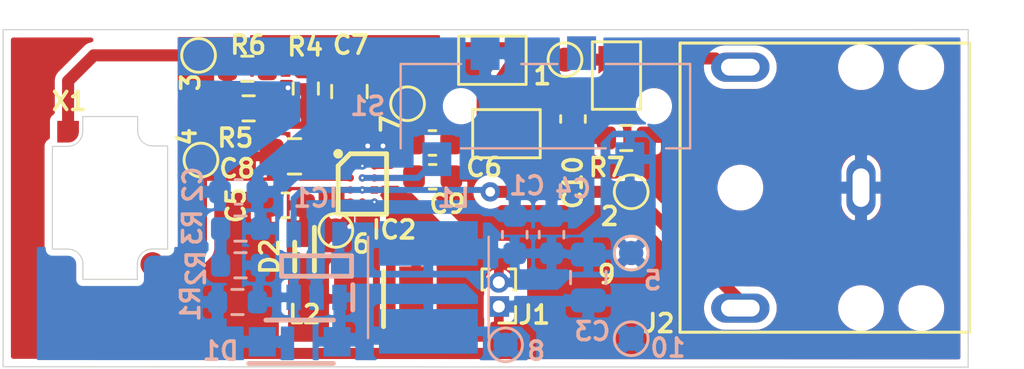
<source format=kicad_pcb>
(kicad_pcb (version 20171130) (host pcbnew "(5.1.10)-1")
  (layers (0 F.Cu signal) (31 B.Cu signal hide) (34 B.Paste user hide) (35 F.Paste user hide) (36 B.SilkS user) (37 F.SilkS user) (38 B.Mask user hide) (39 F.Mask user hide) (44 Edge.Cuts user hide))
  (net 0 "")
  (net 1 GND)
  (net 2 +3V3)
  (net 3 +15V)
  (net 4 "Net-(C5-Pad1)")
  (net 5 "Net-(C6-Pad2)")
  (net 6 /AUDIO_IN)
  (net 7 "Net-(C7-Pad2)")
  (net 8 "Net-(C7-Pad1)")
  (net 9 "Net-(C8-Pad2)")
  (net 10 /MEMS_NEG_POLE)
  (net 11 "Net-(C9-Pad1)")
  (net 12 /GAIN)
  (net 13 /ENABLE)
  (net 14 /MEMS_POS_POLE)
  (net 15 "Net-(D1-Pad2)")
  (net 16 "Net-(D2-Pad2)")
  (net 17 "Net-(IC1-Pad3)")
  (net 18 "Net-(R2-Pad1)")
  (net 19 "Net-(S1-Pad2)")
  (net 20 "Net-(C6-Pad1)")
  (net 21 "Net-(C10-Pad2)")
  (net 22 "Net-(C10-Pad1)")
  (module SamacSys_Parts:Adap_UT_P2019 (layer F.Cu) (at 102.108 89.154 270)
    (fp_text reference X1 (at -4.0132 1.7018) (layer F.SilkS) (effects (font (size 0.75 0.75))))
    (fp_text value Adap_UT_P2019)
    (pad 2 smd circle (at 2.75 -1.75 90) (size 1 1) (layers F.Cu F.Paste F.Mask) (net 10 /MEMS_NEG_POLE) (clearance 0.1))
    (pad "" smd custom (at -2.75 1.75 180) (size 0.9 0.9) (layers F.Cu F.Paste F.Mask) (net 14 /MEMS_POS_POLE) (clearance 0.1) (options (clearance outline) (anchor circle)) (primitives (gr_poly (pts (xy 0.45 -0.45) (xy 0 -0.45) (xy -0.116 -0.435) (xy -0.225 -0.39) (xy -0.318 -0.318) (xy -0.39 -0.225) (xy -0.435 -0.116) (xy -0.45 0) (xy -0.45 0.45) (xy 0.45 0.45)) (width 0))))
  )
  (module Connector_PinHeader_1.00mm:PinHeader_1x02_P1.00mm_Vertical (layer F.Cu) (at 118.2116 93.6592 180)
    (fp_text reference J1 (at -1.4732 -0.3462) (layer F.SilkS) (effects (font (size 0.75 0.75))))
    (fp_text value Power)
    (fp_line (start -0.695 -0.685) (end 0 -0.685) (layer F.SilkS) (width 0.12))
    (fp_line (start -0.695 0) (end -0.695 -0.685) (layer F.SilkS) (width 0.12))
    (fp_line (start 0.608276 0.685) (end 0.695 0.685) (layer F.SilkS) (width 0.12))
    (fp_line (start -0.695 0.685) (end -0.608276 0.685) (layer F.SilkS) (width 0.12))
    (fp_line (start 0.695 0.685) (end 0.695 1.56) (layer F.SilkS) (width 0.12))
    (fp_line (start -0.695 0.685) (end -0.695 1.56) (layer F.SilkS) (width 0.12))
    (fp_line (start 0.394493 1.56) (end 0.695 1.56) (layer F.SilkS) (width 0.12))
    (fp_line (start -0.695 1.56) (end -0.394493 1.56) (layer F.SilkS) (width 0.12))
    (pad 2 thru_hole oval (at 0 1 180) (size 0.85 0.85) (drill 0.5) (layers *.Cu *.Mask) (net 2 +3V3))
    (pad 1 thru_hole rect (at 0 0 180) (size 0.85 0.85) (drill 0.5) (layers *.Cu *.Mask) (net 1 GND))
  )
  (module Jumper:SolderJumper-2_P1.3mm_Open_TrianglePad1.0x1.5mm (layer F.Cu) (at 118.528 86.487 180)
    (fp_text reference JP3 hide)
    (fp_text value "input filter")
    (fp_line (start -1.4 -1) (end 1.4 -1) (layer F.SilkS) (width 0.12))
    (fp_line (start 1.4 -1) (end 1.4 1) (layer F.SilkS) (width 0.12))
    (fp_line (start 1.4 1) (end -1.4 1) (layer F.SilkS) (width 0.12))
    (fp_line (start -1.4 1) (end -1.4 -1) (layer F.SilkS) (width 0.12))
    (pad 1 smd custom (at -0.725 0 180) (size 0.3 0.3) (layers F.Cu F.Mask) (net 21 "Net-(C10-Pad2)") (options (clearance outline) (anchor rect)) (primitives (gr_poly (pts (xy -0.5 -0.75) (xy 0.5 -0.75) (xy 1 0) (xy 0.5 0.75) (xy -0.5 0.75)) (width 0))))
    (pad 2 smd custom (at 0.725 0 180) (size 0.3 0.3) (layers F.Cu F.Mask) (net 20 "Net-(C6-Pad1)") (options (clearance outline) (anchor rect)) (primitives (gr_poly (pts (xy -0.65 -0.75) (xy 0.5 -0.75) (xy 0.5 0.75) (xy -0.65 0.75) (xy -0.15 0)) (width 0))))
  )
  (module Jumper:SolderJumper-2_P1.3mm_Open_TrianglePad1.0x1.5mm (layer F.Cu) (at 123.0884 84.074 90)
    (fp_text reference JP2 hide)
    (fp_text value "input filter")
    (fp_line (start -1.4 -1) (end 1.4 -1) (layer F.SilkS) (width 0.12))
    (fp_line (start 1.4 -1) (end 1.4 1) (layer F.SilkS) (width 0.12))
    (fp_line (start 1.4 1) (end -1.4 1) (layer F.SilkS) (width 0.12))
    (fp_line (start -1.4 1) (end -1.4 -1) (layer F.SilkS) (width 0.12))
    (pad 1 smd custom (at -0.725 0 90) (size 0.3 0.3) (layers F.Cu F.Mask) (net 22 "Net-(C10-Pad1)") (options (clearance outline) (anchor rect)) (primitives (gr_poly (pts (xy -0.5 -0.75) (xy 0.5 -0.75) (xy 1 0) (xy 0.5 0.75) (xy -0.5 0.75)) (width 0))))
    (pad 2 smd custom (at 0.725 0 90) (size 0.3 0.3) (layers F.Cu F.Mask) (net 6 /AUDIO_IN) (options (clearance outline) (anchor rect)) (primitives (gr_poly (pts (xy -0.65 -0.75) (xy 0.5 -0.75) (xy 0.5 0.75) (xy -0.65 0.75) (xy -0.15 0)) (width 0))))
  )
  (module Jumper:SolderJumper-2_P1.3mm_Open_TrianglePad1.0x1.5mm (layer F.Cu) (at 117.9438 83.439)
    (fp_text reference JP1 hide)
    (fp_text value "no filter")
    (fp_line (start -1.4 -1) (end 1.4 -1) (layer F.SilkS) (width 0.12))
    (fp_line (start 1.4 -1) (end 1.4 1) (layer F.SilkS) (width 0.12))
    (fp_line (start 1.4 1) (end -1.4 1) (layer F.SilkS) (width 0.12))
    (fp_line (start -1.4 1) (end -1.4 -1) (layer F.SilkS) (width 0.12))
    (pad 1 smd custom (at -0.725 0) (size 0.3 0.3) (layers F.Cu F.Mask) (net 20 "Net-(C6-Pad1)") (options (clearance outline) (anchor rect)) (primitives (gr_poly (pts (xy -0.5 -0.75) (xy 0.5 -0.75) (xy 1 0) (xy 0.5 0.75) (xy -0.5 0.75)) (width 0))))
    (pad 2 smd custom (at 0.725 0) (size 0.3 0.3) (layers F.Cu F.Mask) (net 6 /AUDIO_IN) (options (clearance outline) (anchor rect)) (primitives (gr_poly (pts (xy -0.65 -0.75) (xy 0.5 -0.75) (xy 0.5 0.75) (xy -0.65 0.75) (xy -0.15 0)) (width 0))))
  )
  (module "SamacSys_Parts 2:SOD1608X65N" (layer F.Cu) (at 110.1598 91.5876 270)
    (fp_text reference D2 (at 0 1.4478 90) (layer F.SilkS) (effects (font (size 0.75 0.75))))
    (fp_text value PMEG2010AEB,115 hide)
    (fp_line (start -1.216 -0.408) (end 0.6 -0.408) (layer F.SilkS) (width 0.2))
    (fp_line (start -0.6 0.408) (end 0.6 0.408) (layer F.SilkS) (width 0.2))
    (pad 2 smd rect (at 0.808 0) (size 0.5 0.818) (layers F.Cu F.Paste F.Mask) (net 16 "Net-(D2-Pad2)"))
    (pad 1 smd rect (at -0.808 0) (size 0.5 0.818) (layers F.Cu F.Paste F.Mask) (net 4 "Net-(C5-Pad1)"))
  )
  (module Resistor_SMD:R_0603_1608Metric (layer F.Cu) (at 123.4948 86.6648 180)
    (fp_text reference R7 (at 0.8128 -1.2192) (layer F.SilkS) (effects (font (size 0.75 0.75))))
    (fp_text value 4,7)
    (fp_line (start -0.237258 0.5225) (end 0.237258 0.5225) (layer F.SilkS) (width 0.12))
    (fp_line (start -0.237258 -0.5225) (end 0.237258 -0.5225) (layer F.SilkS) (width 0.12))
    (pad 2 smd roundrect (at 0.825 0 180) (size 0.8 0.95) (layers F.Cu F.Paste F.Mask) (net 21 "Net-(C10-Pad2)"))
    (pad 1 smd roundrect (at -0.825 0 180) (size 0.8 0.95) (layers F.Cu F.Paste F.Mask) (net 1 GND))
  )
  (module "SamacSys_Parts 2:SODFL3618X143N" (layer B.Cu) (at 109.956 95.123)
    (fp_text reference D1 (at -3.2766 0.381) (layer B.SilkS) (effects (font (size 0.75 0.75)) (justify mirror)))
    (fp_text value SS22FA hide)
    (fp_line (start -1.4 -0.9) (end 1.4 -0.9) (layer B.SilkS) (width 0.2))
    (fp_line (start -2.11 0.9) (end 1.4 0.9) (layer B.SilkS) (width 0.2))
    (pad 2 smd rect (at 1.55 0) (size 1.12 1.22) (layers B.Cu B.Paste B.Mask) (net 15 "Net-(D1-Pad2)"))
    (pad 1 smd rect (at -1.55 0) (size 1.12 1.22) (layers B.Cu B.Paste B.Mask) (net 3 +15V))
  )
  (module Capacitor_SMD:C_0603_1608Metric (layer F.Cu) (at 121.285 85.8774 270)
    (fp_text reference C10 (at 2.6416 0 90) (layer F.SilkS) (effects (font (size 0.75 0.75))))
    (fp_text value 2,2µF)
    (fp_line (start -0.14058 0.51) (end 0.14058 0.51) (layer F.SilkS) (width 0.12))
    (fp_line (start -0.14058 -0.51) (end 0.14058 -0.51) (layer F.SilkS) (width 0.12))
    (pad 2 smd roundrect (at 0.775 0 270) (size 0.9 0.95) (layers F.Cu F.Paste F.Mask) (net 21 "Net-(C10-Pad2)"))
    (pad 1 smd roundrect (at -0.775 0 270) (size 0.9 0.95) (layers F.Cu F.Paste F.Mask) (net 22 "Net-(C10-Pad1)"))
  )
  (module FC68131_Farnell:CLIFF_FC68131 (layer F.Cu) (at 133.223 88.726 180)
    (fp_text reference J2 (at 8.382 -5.635) (layer F.SilkS) (effects (font (size 0.75 0.75))))
    (fp_text value FC68131)
    (fp_line (start -4.5 -6) (end 7.5 -6) (layer F.SilkS) (width 0.127))
    (fp_line (start 7.5 -6) (end 7.5 6) (layer F.SilkS) (width 0.127))
    (fp_line (start 7.5 6) (end -4.5 6) (layer F.SilkS) (width 0.127))
    (fp_line (start -4.5 6) (end -4.5 -6) (layer F.SilkS) (width 0.127))
    (pad 1 thru_hole oval (at 0 0 180) (size 1.208 2.416) (drill oval 0.7 1.6) (layers *.Cu *.Mask) (net 1 GND))
    (pad 5 thru_hole oval (at 5 5 180) (size 2.416 1.208) (drill oval 1.6 0.7) (layers *.Cu *.Mask) (net 6 /AUDIO_IN))
    (pad 2 thru_hole oval (at 5 -5 180) (size 2.416 1.208) (drill oval 1.6 0.7) (layers *.Cu *.Mask) (net 13 /ENABLE))
    (pad None np_thru_hole circle (at 5 0 180) (size 1.3 1.3) (drill 1.3) (layers *.Cu *.Mask))
    (pad None np_thru_hole circle (at 0 5 180) (size 1.3 1.3) (drill 1.3) (layers *.Cu *.Mask))
    (pad None np_thru_hole circle (at 0 -5 180) (size 1.3 1.3) (drill 1.3) (layers *.Cu *.Mask))
    (pad None np_thru_hole circle (at -2.5 -5 180) (size 1.3 1.3) (drill 1.3) (layers *.Cu *.Mask))
    (pad None np_thru_hole circle (at -2.5 5 180) (size 1.3 1.3) (drill 1.3) (layers *.Cu *.Mask))
  )
  (module "SamacSys_Parts 2:CLSB13B01T" (layer B.Cu) (at 120.142 85.344)
    (fp_text reference S1 (at -7.366 0) (layer B.SilkS) (effects (font (size 0.75 0.75)) (justify mirror)))
    (fp_text value CL-SB-13B-01T hide)
    (fp_line (start -6 1.75) (end -6 -1.75) (layer B.SilkS) (width 0.1))
    (fp_line (start -6 -1.75) (end -3.5 -1.75) (layer B.SilkS) (width 0.1))
    (fp_line (start -3.5 1.75) (end 2.5 1.75) (layer B.SilkS) (width 0.1))
    (fp_line (start 5 1.75) (end 6 1.75) (layer B.SilkS) (width 0.1))
    (fp_line (start 6 1.75) (end 6 -1.75) (layer B.SilkS) (width 0.1))
    (fp_line (start 6 -1.75) (end 2.5 -1.75) (layer B.SilkS) (width 0.1))
    (fp_line (start -1 -1.75) (end 0.5 -1.75) (layer B.SilkS) (width 0.1))
    (pad MH2 np_thru_hole circle (at 4.5 0) (size 0.9 0) (drill 0.9) (layers *.Cu *.Mask))
    (pad MH1 np_thru_hole circle (at -3.5 0) (size 0.9 0) (drill 0.9) (layers *.Cu *.Mask))
    (pad 4 smd rect (at 3.5 2.2) (size 1.2 1.4) (layers B.Cu B.Paste B.Mask) (net 2 +3V3))
    (pad 3 smd rect (at -4.5 2.2) (size 1.2 1.4) (layers B.Cu B.Paste B.Mask) (net 12 /GAIN))
    (pad 2 smd rect (at 1.5 -2.2) (size 1.2 1.4) (layers B.Cu B.Paste B.Mask) (net 19 "Net-(S1-Pad2)"))
    (pad 1 smd rect (at -2.5 -2.2) (size 1.2 1.4) (layers B.Cu B.Paste B.Mask) (net 1 GND))
  )
  (module "SamacSys_Parts 2:LQH5BPB100MT0L" (layer B.Cu) (at 115.2906 92.8662 270)
    (fp_text reference L1 (at -3.7122 -1.0414 180) (layer B.SilkS) (effects (font (size 0.75 0.75)) (justify mirror)))
    (fp_text value LQH5BPN100MT0L hide)
    (fp_line (start -2.1 2.5) (end 2.1 2.5) (layer B.SilkS) (width 0.1))
    (fp_line (start -2.1 -2.5) (end 2.1 -2.5) (layer B.SilkS) (width 0.1))
    (pad 2 smd rect (at 1.825 0 270) (size 1.85 4.1) (layers B.Cu B.Paste B.Mask) (net 15 "Net-(D1-Pad2)"))
    (pad 1 smd rect (at -1.825 0 270) (size 1.85 4.1) (layers B.Cu B.Paste B.Mask) (net 2 +3V3))
  )
  (module "SamacSys_Parts 2:SOT95P280X100-5N" (layer B.Cu) (at 110.6576 91.978 90)
    (fp_text reference IC1 (at 2.824 -0.0406 180) (layer B.SilkS) (effects (font (size 0.75 0.75)) (justify mirror)))
    (fp_text value MIC2251-2YD5-TR hide)
    (fp_line (start -0.425 1.45) (end 0.425 1.45) (layer B.SilkS) (width 0.2))
    (fp_line (start 0.425 1.45) (end 0.425 -1.45) (layer B.SilkS) (width 0.2))
    (fp_line (start 0.425 -1.45) (end -0.425 -1.45) (layer B.SilkS) (width 0.2))
    (fp_line (start -0.425 -1.45) (end -0.425 1.45) (layer B.SilkS) (width 0.2))
    (fp_line (start -1.825 1.5) (end -0.775 1.5) (layer B.SilkS) (width 0.2))
    (pad 5 smd rect (at 1.3 0.95) (size 0.6 1.05) (layers B.Cu B.Paste B.Mask) (net 2 +3V3))
    (pad 4 smd rect (at 1.3 -0.95) (size 0.6 1.05) (layers B.Cu B.Paste B.Mask) (net 13 /ENABLE))
    (pad 3 smd rect (at -1.3 -0.95) (size 0.6 1.05) (layers B.Cu B.Paste B.Mask) (net 17 "Net-(IC1-Pad3)"))
    (pad 2 smd rect (at -1.3 0) (size 0.6 1.05) (layers B.Cu B.Paste B.Mask) (net 1 GND))
    (pad 1 smd rect (at -1.3 0.95) (size 0.6 1.05) (layers B.Cu B.Paste B.Mask) (net 15 "Net-(D1-Pad2)"))
  )
  (module Resistor_SMD:R_0603_1608Metric (layer B.Cu) (at 107.505 90.424 180)
    (fp_text reference R3 (at 1.9934 0.04318 90) (layer B.SilkS) (effects (font (size 0.75 0.75)) (justify mirror)))
    (fp_text value 22k)
    (fp_line (start -0.237258 0.5225) (end 0.237258 0.5225) (layer B.SilkS) (width 0.12))
    (fp_line (start -0.237258 -0.5225) (end 0.237258 -0.5225) (layer B.SilkS) (width 0.12))
    (pad 2 smd roundrect (at 0.825 0 180) (size 0.8 0.95) (layers B.Cu B.Paste B.Mask) (net 18 "Net-(R2-Pad1)"))
    (pad 1 smd roundrect (at -0.825 0 180) (size 0.8 0.95) (layers B.Cu B.Paste B.Mask) (net 1 GND))
  )
  (module Capacitor_SMD:C_0603_1608Metric (layer B.Cu) (at 107.429 88.9)
    (fp_text reference C2 (at -1.89962 -0.29718 90) (layer B.SilkS) (effects (font (size 0.75 0.75)) (justify mirror)))
    (fp_text value 2,2µF)
    (fp_line (start -0.14058 -0.51) (end 0.14058 -0.51) (layer B.SilkS) (width 0.12))
    (fp_line (start -0.14058 0.51) (end 0.14058 0.51) (layer B.SilkS) (width 0.12))
    (pad 2 smd roundrect (at 0.775 0) (size 0.9 0.95) (layers B.Cu B.Paste B.Mask) (net 1 GND))
    (pad 1 smd roundrect (at -0.775 0) (size 0.9 0.95) (layers B.Cu B.Paste B.Mask) (net 3 +15V))
  )
  (module TestPoint:TestPoint_Pad_D1.0mm (layer B.Cu) (at 123.698 94.996)
    (fp_text reference 10 (at 1.524 0.381) (layer B.SilkS) (effects (font (size 0.75 0.75)) (justify mirror)))
    (fp_text value GND)
    (fp_circle (center 0 0) (end 0 -0.7) (layer B.SilkS) (width 0.12))
    (pad 1 smd circle (at 0 0) (size 1 1) (layers B.Cu B.Mask) (net 1 GND))
  )
  (module TestPoint:TestPoint_Pad_D1.0mm (layer F.Cu) (at 123.698 91.44)
    (fp_text reference 9 (at -1.016 0.889 180) (layer F.SilkS) (effects (font (size 0.75 0.75))))
    (fp_text value GND)
    (fp_circle (center 0 0) (end 0 0.7) (layer F.SilkS) (width 0.12))
    (pad 1 smd circle (at 0 0) (size 1 1) (layers F.Cu F.Mask) (net 1 GND))
  )
  (module TestPoint:TestPoint_Pad_D1.0mm (layer B.Cu) (at 118.491 95.25)
    (fp_text reference 8 (at 1.27 0.254) (layer B.SilkS) (effects (font (size 0.75 0.75)) (justify mirror)))
    (fp_text value SW)
    (fp_circle (center 0 0) (end 0 -0.7) (layer B.SilkS) (width 0.12))
    (pad 1 smd circle (at 0 0) (size 1 1) (layers B.Cu B.Mask) (net 15 "Net-(D1-Pad2)"))
  )
  (module TestPoint:TestPoint_Pad_D1.0mm (layer F.Cu) (at 114.42954 85.2424)
    (fp_text reference 7 (at -0.71374 0.8382 270) (layer F.SilkS) (effects (font (size 0.75 0.75))))
    (fp_text value +15V)
    (fp_circle (center 0 0) (end 0 0.7) (layer F.SilkS) (width 0.12))
    (pad 1 smd circle (at 0 0) (size 1 1) (layers F.Cu F.Mask) (net 3 +15V))
  )
  (module TestPoint:TestPoint_Pad_D1.0mm (layer F.Cu) (at 111.4552 90.5002)
    (fp_text reference 6 (at 1.0668 0.5588 180) (layer F.SilkS) (effects (font (size 0.75 0.75))))
    (fp_text value VBST)
    (fp_circle (center 0 0) (end 0 0.7) (layer F.SilkS) (width 0.12))
    (pad 1 smd circle (at 0 0) (size 1 1) (layers F.Cu F.Mask) (net 4 "Net-(C5-Pad1)"))
  )
  (module TestPoint:TestPoint_Pad_D1.0mm (layer B.Cu) (at 123.698 91.44)
    (fp_text reference 5 (at 0.889 1.143) (layer B.SilkS) (effects (font (size 0.75 0.75)) (justify mirror)))
    (fp_text value VCC)
    (fp_circle (center 0 0) (end 0 -0.7) (layer B.SilkS) (width 0.12))
    (pad 1 smd circle (at 0 0) (size 1 1) (layers B.Cu B.Mask) (net 2 +3V3))
  )
  (module TestPoint:TestPoint_Pad_D1.0mm (layer F.Cu) (at 105.8672 87.5792)
    (fp_text reference 4 (at -0.5842 -0.9652 90) (layer F.SilkS) (effects (font (size 0.75 0.75))))
    (fp_text value MEMS_NEG_POLE)
    (fp_circle (center 0 0) (end 0 0.7) (layer F.SilkS) (width 0.12))
    (pad 1 smd circle (at 0 0) (size 1 1) (layers F.Cu F.Mask) (net 10 /MEMS_NEG_POLE))
  )
  (module TestPoint:TestPoint_Pad_D1.0mm (layer F.Cu) (at 105.7656 83.2358)
    (fp_text reference 3 (at -0.3302 1.1176 90) (layer F.SilkS) (effects (font (size 0.75 0.75))))
    (fp_text value MEMS_POS_POLE)
    (fp_circle (center 0 0) (end 0 0.7) (layer F.SilkS) (width 0.12))
    (pad 1 smd circle (at 0 0) (size 1 1) (layers F.Cu F.Mask) (net 14 /MEMS_POS_POLE))
  )
  (module TestPoint:TestPoint_Pad_D1.0mm (layer F.Cu) (at 123.698 88.9)
    (fp_text reference 2 (at -0.889 1.016 180) (layer F.SilkS) (effects (font (size 0.75 0.75))))
    (fp_text value Enable)
    (fp_circle (center 0 0) (end 0 0.7) (layer F.SilkS) (width 0.12))
    (pad 1 smd circle (at 0 0) (size 1 1) (layers F.Cu F.Mask) (net 13 /ENABLE))
  )
  (module TestPoint:TestPoint_Pad_D1.0mm (layer F.Cu) (at 120.9548 83.4136)
    (fp_text reference 1 (at -0.9398 0.6604) (layer F.SilkS) (effects (font (size 0.75 0.75))))
    (fp_text value Audio)
    (fp_circle (center 0 0) (end 0 0.7) (layer F.SilkS) (width 0.12))
    (pad 1 smd circle (at 0 0) (size 1 1) (layers F.Cu F.Mask) (net 6 /AUDIO_IN))
  )
  (module "SamacSys_Parts 2:INDC3225X170N" (layer F.Cu) (at 113.4326 93.345 180)
    (fp_text reference L2 (at 3.2804 -0.64008 180) (layer F.SilkS) (effects (font (size 0.75 0.75))))
    (fp_text value BRL3225T4R7M hide)
    (fp_line (start 0 -1.15) (end 0 1.15) (layer F.SilkS) (width 0.2))
    (pad 2 smd rect (at 1.35 0 180) (size 1.4 2.7) (layers F.Cu F.Paste F.Mask) (net 16 "Net-(D2-Pad2)"))
    (pad 1 smd rect (at -1.35 0 180) (size 1.4 2.7) (layers F.Cu F.Paste F.Mask) (net 2 +3V3))
  )
  (module SamacSys_Parts:BGA12C50P3X4_146X196X68 (layer F.Cu) (at 112.55502 88.57234)
    (fp_text reference IC2 (at 1.31318 1.90246) (layer F.SilkS) (effects (font (size 0.75 0.75))))
    (fp_text value LM48580TL_NOPB hide)
    (fp_circle (center -1.003 -1.253) (end -1.003 -1.153) (layer F.SilkS) (width 0.2))
    (fp_line (start -1.003 -0.75) (end -0.5 -1.253) (layer F.SilkS) (width 0.2))
    (fp_line (start -1.003 1.253) (end -1.003 -0.75) (layer F.SilkS) (width 0.2))
    (fp_line (start 1.003 1.253) (end -1.003 1.253) (layer F.SilkS) (width 0.2))
    (fp_line (start 1.003 -1.253) (end 1.003 1.253) (layer F.SilkS) (width 0.2))
    (fp_line (start -0.5 -1.253) (end 1.003 -1.253) (layer F.SilkS) (width 0.2))
    (pad D3 smd circle (at 0.5 0.75 90) (size 0.306 0.306) (layers F.Cu F.Paste F.Mask) (net 1 GND))
    (pad D2 smd circle (at 0 0.75 90) (size 0.306 0.306) (layers F.Cu F.Paste F.Mask) (net 16 "Net-(D2-Pad2)"))
    (pad D1 smd circle (at -0.5 0.75 90) (size 0.306 0.306) (layers F.Cu F.Paste F.Mask) (net 4 "Net-(C5-Pad1)"))
    (pad C3 smd circle (at 0.5 0.25 90) (size 0.306 0.306) (layers F.Cu F.Paste F.Mask) (net 2 +3V3))
    (pad C2 smd circle (at 0 0.25 90) (size 0.306 0.306) (layers F.Cu F.Paste F.Mask) (net 13 /ENABLE))
    (pad C1 smd circle (at -0.5 0.25 90) (size 0.306 0.306) (layers F.Cu F.Paste F.Mask) (net 4 "Net-(C5-Pad1)"))
    (pad B3 smd circle (at 0.5 -0.25 90) (size 0.306 0.306) (layers F.Cu F.Paste F.Mask) (net 11 "Net-(C9-Pad1)"))
    (pad B2 smd circle (at 0 -0.25 90) (size 0.306 0.306) (layers F.Cu F.Paste F.Mask) (net 12 /GAIN))
    (pad B1 smd circle (at -0.5 -0.25 90) (size 0.306 0.306) (layers F.Cu F.Paste F.Mask) (net 9 "Net-(C8-Pad2)"))
    (pad A3 smd circle (at 0.5 -0.75 90) (size 0.306 0.306) (layers F.Cu F.Paste F.Mask) (net 5 "Net-(C6-Pad2)"))
    (pad A2 smd circle (at 0 -0.75 90) (size 0.306 0.306) (layers F.Cu F.Paste F.Mask) (net 1 GND))
    (pad A1 smd circle (at -0.5 -0.75 90) (size 0.306 0.306) (layers F.Cu F.Paste F.Mask) (net 7 "Net-(C7-Pad2)"))
  )
  (module Resistor_SMD:R_0603_1608Metric (layer F.Cu) (at 107.78794 83.79206 180)
    (fp_text reference R6 (at -0.03506 0.98806) (layer F.SilkS) (effects (font (size 0.75 0.75))))
    (fp_text value 10)
    (fp_line (start -0.237258 0.5225) (end 0.237258 0.5225) (layer F.SilkS) (width 0.12))
    (fp_line (start -0.237258 -0.5225) (end 0.237258 -0.5225) (layer F.SilkS) (width 0.12))
    (pad 2 smd roundrect (at 0.825 0 180) (size 0.8 0.95) (layers F.Cu F.Paste F.Mask) (net 14 /MEMS_POS_POLE))
    (pad 1 smd roundrect (at -0.825 0 180) (size 0.8 0.95) (layers F.Cu F.Paste F.Mask) (net 8 "Net-(C7-Pad1)"))
  )
  (module Resistor_SMD:R_0603_1608Metric (layer F.Cu) (at 107.84128 85.43544)
    (fp_text reference R5 (at -0.55168 1.22936) (layer F.SilkS) (effects (font (size 0.75 0.75))))
    (fp_text value 10k)
    (fp_line (start -0.237258 0.5225) (end 0.237258 0.5225) (layer F.SilkS) (width 0.12))
    (fp_line (start -0.237258 -0.5225) (end 0.237258 -0.5225) (layer F.SilkS) (width 0.12))
    (pad 2 smd roundrect (at 0.825 0) (size 0.8 0.95) (layers F.Cu F.Paste F.Mask) (net 3 +15V))
    (pad 1 smd roundrect (at -0.825 0) (size 0.8 0.95) (layers F.Cu F.Paste F.Mask) (net 10 /MEMS_NEG_POLE))
  )
  (module Resistor_SMD:R_0603_1608Metric (layer F.Cu) (at 110.2106 84.61248 270)
    (fp_text reference R4 (at -1.73228 0.0254) (layer F.SilkS) (effects (font (size 0.75 0.75))))
    (fp_text value 10k)
    (fp_line (start -0.237258 0.5225) (end 0.237258 0.5225) (layer F.SilkS) (width 0.12))
    (fp_line (start -0.237258 -0.5225) (end 0.237258 -0.5225) (layer F.SilkS) (width 0.12))
    (pad 2 smd roundrect (at 0.825 0 270) (size 0.8 0.95) (layers F.Cu F.Paste F.Mask) (net 3 +15V))
    (pad 1 smd roundrect (at -0.825 0 270) (size 0.8 0.95) (layers F.Cu F.Paste F.Mask) (net 8 "Net-(C7-Pad1)"))
  )
  (module Resistor_SMD:R_0603_1608Metric (layer B.Cu) (at 107.505 91.948)
    (fp_text reference R2 (at -1.841 0.127 90) (layer B.SilkS) (effects (font (size 0.75 0.75)) (justify mirror)))
    (fp_text value 68k)
    (fp_line (start -0.237258 -0.5225) (end 0.237258 -0.5225) (layer B.SilkS) (width 0.12))
    (fp_line (start -0.237258 0.5225) (end 0.237258 0.5225) (layer B.SilkS) (width 0.12))
    (pad 2 smd roundrect (at 0.825 0) (size 0.8 0.95) (layers B.Cu B.Paste B.Mask) (net 17 "Net-(IC1-Pad3)"))
    (pad 1 smd roundrect (at -0.825 0) (size 0.8 0.95) (layers B.Cu B.Paste B.Mask) (net 18 "Net-(R2-Pad1)"))
  )
  (module Resistor_SMD:R_0603_1608Metric (layer B.Cu) (at 107.379 93.472)
    (fp_text reference R1 (at -1.94868 0.07112 90) (layer B.SilkS) (effects (font (size 0.75 0.75)) (justify mirror)))
    (fp_text value 1M)
    (fp_line (start -0.237258 -0.5225) (end 0.237258 -0.5225) (layer B.SilkS) (width 0.12))
    (fp_line (start -0.237258 0.5225) (end 0.237258 0.5225) (layer B.SilkS) (width 0.12))
    (pad 2 smd roundrect (at 0.825 0) (size 0.8 0.95) (layers B.Cu B.Paste B.Mask) (net 17 "Net-(IC1-Pad3)"))
    (pad 1 smd roundrect (at -0.825 0) (size 0.8 0.95) (layers B.Cu B.Paste B.Mask) (net 3 +15V))
  )
  (module Capacitor_SMD:C_0603_1608Metric (layer F.Cu) (at 115.47064 88.27516)
    (fp_text reference C9 (at 0.60736 1.13284 180) (layer F.SilkS) (effects (font (size 0.75 0.75))))
    (fp_text value 1µF)
    (fp_line (start -0.14058 0.51) (end 0.14058 0.51) (layer F.SilkS) (width 0.12))
    (fp_line (start -0.14058 -0.51) (end 0.14058 -0.51) (layer F.SilkS) (width 0.12))
    (pad 2 smd roundrect (at 0.775 0) (size 0.9 0.95) (layers F.Cu F.Paste F.Mask) (net 1 GND))
    (pad 1 smd roundrect (at -0.775 0) (size 0.9 0.95) (layers F.Cu F.Paste F.Mask) (net 11 "Net-(C9-Pad1)"))
  )
  (module Capacitor_SMD:C_0805_2012Metric (layer F.Cu) (at 109.7432 87.4268)
    (fp_text reference C8 (at -2.3774 0.508) (layer F.SilkS) (effects (font (size 0.75 0.75))))
    (fp_text value 1µF)
    (fp_line (start -0.261252 0.735) (end 0.261252 0.735) (layer F.SilkS) (width 0.12))
    (fp_line (start -0.261252 -0.735) (end 0.261252 -0.735) (layer F.SilkS) (width 0.12))
    (pad 2 smd roundrect (at 0.95 0) (size 1 1.45) (layers F.Cu F.Paste F.Mask) (net 9 "Net-(C8-Pad2)"))
    (pad 1 smd roundrect (at -0.95 0) (size 1 1.45) (layers F.Cu F.Paste F.Mask) (net 10 /MEMS_NEG_POLE))
  )
  (module Capacitor_SMD:C_0805_2012Metric (layer F.Cu) (at 112.01908 84.73694 270)
    (fp_text reference C7 (at -1.9304 -0.05588 180) (layer F.SilkS) (effects (font (size 0.75 0.75))))
    (fp_text value 1µF)
    (fp_line (start -0.261252 0.735) (end 0.261252 0.735) (layer F.SilkS) (width 0.12))
    (fp_line (start -0.261252 -0.735) (end 0.261252 -0.735) (layer F.SilkS) (width 0.12))
    (pad 2 smd roundrect (at 0.95 0 270) (size 1 1.45) (layers F.Cu F.Paste F.Mask) (net 7 "Net-(C7-Pad2)"))
    (pad 1 smd roundrect (at -0.95 0 270) (size 1 1.45) (layers F.Cu F.Paste F.Mask) (net 8 "Net-(C7-Pad1)"))
  )
  (module Capacitor_SMD:C_0603_1608Metric (layer F.Cu) (at 115.46048 86.87054 180)
    (fp_text reference C6 (at -2.14152 -1.01346) (layer F.SilkS) (effects (font (size 0.75 0.75))))
    (fp_text value 1µF)
    (fp_line (start -0.14058 0.51) (end 0.14058 0.51) (layer F.SilkS) (width 0.12))
    (fp_line (start -0.14058 -0.51) (end 0.14058 -0.51) (layer F.SilkS) (width 0.12))
    (pad 2 smd roundrect (at 0.775 0 180) (size 0.9 0.95) (layers F.Cu F.Paste F.Mask) (net 5 "Net-(C6-Pad2)"))
    (pad 1 smd roundrect (at -0.775 0 180) (size 0.9 0.95) (layers F.Cu F.Paste F.Mask) (net 20 "Net-(C6-Pad1)"))
  )
  (module Capacitor_SMD:C_0603_1608Metric (layer F.Cu) (at 109.36702 89.4588 180)
    (fp_text reference C5 (at 2.05202 0 90) (layer F.SilkS) (effects (font (size 0.75 0.75))))
    (fp_text value 1µF)
    (fp_line (start -0.14058 0.51) (end 0.14058 0.51) (layer F.SilkS) (width 0.12))
    (fp_line (start -0.14058 -0.51) (end 0.14058 -0.51) (layer F.SilkS) (width 0.12))
    (pad 2 smd roundrect (at 0.775 0 180) (size 0.9 0.95) (layers F.Cu F.Paste F.Mask) (net 1 GND))
    (pad 1 smd roundrect (at -0.775 0 180) (size 0.9 0.95) (layers F.Cu F.Paste F.Mask) (net 4 "Net-(C5-Pad1)"))
  )
  (module Capacitor_SMD:C_0603_1608Metric (layer B.Cu) (at 120.396 90.678 90)
    (fp_text reference C4 (at 1.905 0.889) (layer B.SilkS) (effects (font (size 0.75 0.75)) (justify mirror)))
    (fp_text value 1µF)
    (fp_line (start -0.14058 -0.51) (end 0.14058 -0.51) (layer B.SilkS) (width 0.12))
    (fp_line (start -0.14058 0.51) (end 0.14058 0.51) (layer B.SilkS) (width 0.12))
    (pad 2 smd roundrect (at 0.775 0 90) (size 0.9 0.95) (layers B.Cu B.Paste B.Mask) (net 1 GND))
    (pad 1 smd roundrect (at -0.775 0 90) (size 0.9 0.95) (layers B.Cu B.Paste B.Mask) (net 2 +3V3))
  )
  (module Capacitor_SMD:C_0805_2012Metric (layer B.Cu) (at 121.92 92.456 270)
    (fp_text reference C3 (at 2.2352 -0.16764 180) (layer B.SilkS) (effects (font (size 0.75 0.75)) (justify mirror)))
    (fp_text value 10µF)
    (fp_line (start -0.261252 -0.735) (end 0.261252 -0.735) (layer B.SilkS) (width 0.12))
    (fp_line (start -0.261252 0.735) (end 0.261252 0.735) (layer B.SilkS) (width 0.12))
    (pad 2 smd roundrect (at 0.95 0 270) (size 1 1.45) (layers B.Cu B.Paste B.Mask) (net 1 GND))
    (pad 1 smd roundrect (at -0.95 0 270) (size 1 1.45) (layers B.Cu B.Paste B.Mask) (net 2 +3V3))
  )
  (module Capacitor_SMD:C_0603_1608Metric (layer B.Cu) (at 118.872 90.678 90)
    (fp_text reference C1 (at 2.032 0.508) (layer B.SilkS) (effects (font (size 0.75 0.75)) (justify mirror)))
    (fp_text value 10µF)
    (fp_line (start -0.14058 -0.51) (end 0.14058 -0.51) (layer B.SilkS) (width 0.12))
    (fp_line (start -0.14058 0.51) (end 0.14058 0.51) (layer B.SilkS) (width 0.12))
    (pad 2 smd roundrect (at 0.775 0 90) (size 0.9 0.95) (layers B.Cu B.Paste B.Mask) (net 1 GND))
    (pad 1 smd roundrect (at -0.775 0 90) (size 0.9 0.95) (layers B.Cu B.Paste B.Mask) (net 2 +3V3))
  )
  (gr_line (start 99.7077 87.012601) (end 100.342523 87.012601) (layer Edge.Cuts) (width 0.05))
  (gr_line (start 100.965 85.7758) (end 100.964838 86.382505) (layer Edge.Cuts) (width 0.05))
  (gr_arc (start 100.337443 86.385221) (end 100.342523 87.012601) (angle -89.78410922) (layer Edge.Cuts) (width 0.05))
  (gr_line (start 100.97262 92.532024) (end 103.22814 92.5322) (layer Edge.Cuts) (width 0.05))
  (gr_line (start 103.228125 91.902456) (end 103.22814 92.5322) (layer Edge.Cuts) (width 0.05))
  (gr_line (start 103.243203 86.352201) (end 103.2383 85.7758) (layer Edge.Cuts) (width 0.05))
  (gr_line (start 103.8733 86.995) (end 104.4829 86.995) (layer Edge.Cuts) (width 0.05))
  (gr_line (start 103.85044 91.27236) (end 104.4829 91.27236) (layer Edge.Cuts) (width 0.05))
  (gr_line (start 99.7077 91.274721) (end 100.342523 91.274721) (layer Edge.Cuts) (width 0.05))
  (gr_line (start 100.97262 91.91752) (end 100.97262 92.532024) (layer Edge.Cuts) (width 0.05))
  (gr_line (start 99.7077 87.012601) (end 99.7077 91.274721) (layer Edge.Cuts) (width 0.05))
  (gr_line (start 103.2383 85.7758) (end 100.965 85.7758) (layer Edge.Cuts) (width 0.05))
  (gr_arc (start 103.870583 86.367441) (end 103.243203 86.352201) (angle -91.63962638) (layer Edge.Cuts) (width 0.05))
  (gr_arc (start 103.85552 91.89974) (end 103.85044 91.27236) (angle -89.78410922) (layer Edge.Cuts) (width 0.05))
  (gr_line (start 104.4829 91.27236) (end 104.4829 86.995) (layer Edge.Cuts) (width 0.05))
  (gr_arc (start 100.34524 91.90228) (end 100.97262 91.91752) (angle -91.63962638) (layer Edge.Cuts) (width 0.05))
  (gr_line (start 97.663 96.15644) (end 97.663 82.169) (layer Edge.Cuts) (width 0.05))
  (gr_line (start 137.668 82.1679) (end 137.66546 96.176) (layer Edge.Cuts) (width 0.05))
  (gr_line (start 137.66546 96.176) (end 97.663 96.15644) (layer Edge.Cuts) (width 0.05))
  (gr_line (start 137.668 82.1679) (end 97.663 82.169) (layer Edge.Cuts) (width 0.05))
  (via (at 112.55502 87.82304) (size 0.3) (drill 0.1) (layers F.Cu B.Cu) (net 1))
  (segment (start 112.55502 87.2363) (end 112.68456 87.10676) (width 0.25) (layer F.Cu) (net 1))
  (segment (start 112.55502 87.82234) (end 112.55502 87.2363) (width 0.25) (layer F.Cu) (net 1))
  (via (at 113.0554 89.32164) (size 0.3) (drill 0.1) (layers F.Cu B.Cu) (net 1))
  (segment (start 116.24809 88.27271) (end 116.24564 88.27516) (width 0.25) (layer F.Cu) (net 1))
  (segment (start 116.24564 88.27516) (end 116.06784 88.27516) (width 0.25) (layer F.Cu) (net 1))
  (segment (start 116.24564 88.27516) (end 116.24564 88.22436) (width 0.25) (layer F.Cu) (net 1))
  (segment (start 110.6576 92.592998) (end 110.6576 93.278) (width 0.5) (layer B.Cu) (net 1))
  (segment (start 111.178959 89.471639) (end 112.905401 89.471639) (width 0.5) (layer B.Cu) (net 1))
  (segment (start 110.6576 89.992998) (end 111.178959 89.471639) (width 0.5) (layer B.Cu) (net 1))
  (segment (start 110.6576 93.278) (end 110.6576 89.992998) (width 0.5) (layer B.Cu) (net 1))
  (segment (start 116.41684 88.27516) (end 116.24564 88.27516) (width 0.5) (layer F.Cu) (net 1))
  (segment (start 121.92 93.406) (end 122.108 93.406) (width 0.5) (layer B.Cu) (net 1))
  (segment (start 112.55502 87.720879) (end 109.383121 87.720879) (width 0.5) (layer B.Cu) (net 1))
  (segment (start 112.55502 87.13098) (end 112.55502 87.720879) (width 0.5) (layer B.Cu) (net 1))
  (segment (start 116.542 83.144) (end 112.55502 87.13098) (width 0.5) (layer B.Cu) (net 1))
  (segment (start 117.642 83.144) (end 116.542 83.144) (width 0.5) (layer B.Cu) (net 1))
  (via (at 112.776 86.995) (size 0.5) (drill 0.2) (layers F.Cu B.Cu) (net 1))
  (via (at 113.411 86.995) (size 0.5) (drill 0.2) (layers F.Cu B.Cu) (net 1))
  (segment (start 108.33 89.026) (end 108.204 88.9) (width 0.5) (layer B.Cu) (net 1))
  (segment (start 110.6576 93.278) (end 110.6576 92.4966) (width 0.5) (layer B.Cu) (net 1))
  (segment (start 119.2182 93.9452) (end 119.634 94.361) (width 0.25) (layer B.Cu) (net 1))
  (segment (start 119.2182 93.71) (end 119.2182 93.9452) (width 0.25) (layer B.Cu) (net 1))
  (segment (start 113.5947 88.82234) (end 113.05502 88.82234) (width 0.25) (layer F.Cu) (net 2))
  (segment (start 114.51704 89.74468) (end 113.5947 88.82234) (width 0.25) (layer F.Cu) (net 2))
  (segment (start 114.461379 89.800341) (end 114.51704 89.74468) (width 0.25) (layer F.Cu) (net 2))
  (segment (start 114.808 90.631) (end 115.8852 90.631) (width 0.25) (layer B.Cu) (net 2))
  (segment (start 115.63 91.199) (end 115.062 90.631) (width 0.5) (layer B.Cu) (net 2))
  (segment (start 121.613 91.453) (end 121.666 91.506) (width 0.5) (layer B.Cu) (net 2))
  (segment (start 115.4484 91.453) (end 118.11 91.453) (width 0.5) (layer B.Cu) (net 2))
  (segment (start 114.6734 90.678) (end 115.4484 91.453) (width 0.5) (layer B.Cu) (net 2))
  (segment (start 111.6076 90.678) (end 114.6734 90.678) (width 0.5) (layer B.Cu) (net 2))
  (segment (start 123.632 91.506) (end 123.698 91.44) (width 0.5) (layer B.Cu) (net 2))
  (segment (start 123.642 91.384) (end 123.698 91.44) (width 0.5) (layer B.Cu) (net 2))
  (segment (start 120.396 92.5322) (end 120.2182 92.71) (width 0.4) (layer B.Cu) (net 2))
  (segment (start 120.396 91.453) (end 120.396 92.5322) (width 0.4) (layer B.Cu) (net 2))
  (segment (start 118.872 92.3638) (end 119.2182 92.71) (width 0.4) (layer B.Cu) (net 2))
  (segment (start 118.872 91.453) (end 118.872 92.3638) (width 0.4) (layer B.Cu) (net 2))
  (segment (start 120.2182 92.71) (end 120.65 92.71) (width 0.4) (layer B.Cu) (net 2))
  (segment (start 120.65 92.71) (end 121.031 92.329) (width 0.4) (layer B.Cu) (net 2))
  (segment (start 110.20856 85.43544) (end 110.2106 85.43748) (width 0.25) (layer F.Cu) (net 3))
  (segment (start 108.66628 85.43544) (end 110.20856 85.43544) (width 0.25) (layer F.Cu) (net 3))
  (segment (start 110.22888 85.43748) (end 110.2106 85.43748) (width 0.25) (layer F.Cu) (net 3))
  (via (at 109.474 84.582) (size 0.5) (drill 0.2) (layers F.Cu B.Cu) (net 3))
  (segment (start 112.05502 88.82234) (end 111.69034 88.82234) (width 0.25) (layer F.Cu) (net 4))
  (segment (start 111.69034 89.26684) (end 111.63484 89.32234) (width 0.25) (layer F.Cu) (net 4))
  (segment (start 111.69034 88.82234) (end 111.69034 89.26684) (width 0.25) (layer F.Cu) (net 4))
  (segment (start 112.05502 89.32234) (end 111.63484 89.32234) (width 0.25) (layer F.Cu) (net 4))
  (segment (start 110.13694 89.32418) (end 110.14202 89.3191) (width 0.25) (layer F.Cu) (net 4))
  (segment (start 110.14526 89.32234) (end 110.14202 89.3191) (width 0.25) (layer F.Cu) (net 4))
  (segment (start 110.0582 89.65692) (end 110.14202 89.5731) (width 0.2) (layer F.Cu) (net 4))
  (segment (start 110.0582 90.7288) (end 110.0582 89.65692) (width 0.2) (layer F.Cu) (net 4))
  (segment (start 113.73368 87.82234) (end 114.68548 86.87054) (width 0.25) (layer F.Cu) (net 5))
  (segment (start 113.05502 87.82234) (end 113.73368 87.82234) (width 0.25) (layer F.Cu) (net 5))
  (segment (start 120.9548 83.4136) (end 119.2022 83.4136) (width 0.5) (layer F.Cu) (net 6))
  (segment (start 120.9548 83.4136) (end 122.2756 83.4136) (width 0.5) (layer F.Cu) (net 6))
  (segment (start 122.2756 83.4136) (end 122.301 83.4136) (width 0.25) (layer F.Cu) (net 6))
  (segment (start 122.2756 83.4136) (end 122.936 83.4136) (width 0.25) (layer F.Cu) (net 6))
  (segment (start 128.0922 83.726) (end 127.541 83.726) (width 0.5) (layer F.Cu) (net 6))
  (segment (start 127.1778 83.3628) (end 123.8504 83.3628) (width 0.5) (layer F.Cu) (net 6))
  (segment (start 123.1022 83.3628) (end 123.0884 83.349) (width 0.25) (layer F.Cu) (net 6))
  (segment (start 123.8504 83.3628) (end 123.1022 83.3628) (width 0.25) (layer F.Cu) (net 6))
  (segment (start 119.1768 83.439) (end 119.2022 83.4136) (width 0.25) (layer F.Cu) (net 6))
  (segment (start 118.6688 83.439) (end 119.1768 83.439) (width 0.25) (layer F.Cu) (net 6))
  (segment (start 127.541 83.726) (end 127.1778 83.3628) (width 0.5) (layer F.Cu) (net 6))
  (segment (start 128.223 83.726) (end 127.541 83.726) (width 0.5) (layer F.Cu) (net 6))
  (segment (start 112.01908 87.7864) (end 112.05502 87.82234) (width 0.25) (layer F.Cu) (net 7))
  (segment (start 112.01908 85.68694) (end 112.01908 87.7864) (width 0.25) (layer F.Cu) (net 7))
  (segment (start 110.21114 83.78694) (end 110.2106 83.78748) (width 0.25) (layer F.Cu) (net 8))
  (segment (start 112.01908 83.78694) (end 110.21114 83.78694) (width 0.25) (layer F.Cu) (net 8))
  (segment (start 108.61752 83.78748) (end 108.61294 83.79206) (width 0.25) (layer F.Cu) (net 8))
  (segment (start 110.2106 83.78748) (end 108.61752 83.78748) (width 0.25) (layer F.Cu) (net 8))
  (segment (start 112.05502 88.32234) (end 111.46174 88.32234) (width 0.25) (layer F.Cu) (net 9))
  (segment (start 107.01628 85.43544) (end 107.01628 86.03134) (width 0.25) (layer F.Cu) (net 10))
  (segment (start 106.61142 86.4362) (end 106.19994 86.4362) (width 0.25) (layer F.Cu) (net 10))
  (segment (start 107.01628 86.03134) (end 106.61142 86.4362) (width 0.25) (layer F.Cu) (net 10))
  (segment (start 105.8672 91.2368) (end 105.8672 87.5792) (width 0.5) (layer F.Cu) (net 10))
  (segment (start 105.2 91.904) (end 103.858 91.904) (width 0.5) (layer F.Cu) (net 10))
  (segment (start 105.8672 91.2368) (end 105.2 91.904) (width 0.5) (layer F.Cu) (net 10))
  (segment (start 113.05864 88.32596) (end 113.05502 88.32234) (width 0.25) (layer F.Cu) (net 11))
  (segment (start 114.64846 88.32234) (end 114.69564 88.27516) (width 0.25) (layer F.Cu) (net 11))
  (segment (start 113.05502 88.32234) (end 114.64846 88.32234) (width 0.25) (layer F.Cu) (net 11))
  (via (at 112.55502 88.32088) (size 0.3) (drill 0.1) (layers F.Cu B.Cu) (net 12))
  (segment (start 112.55502 88.33358) (end 112.55502 88.32088) (width 0.25) (layer B.Cu) (net 12))
  (segment (start 112.54232 88.34628) (end 112.55502 88.33358) (width 0.25) (layer B.Cu) (net 12))
  (segment (start 114.86512 88.32088) (end 112.55502 88.32088) (width 0.25) (layer B.Cu) (net 12))
  (segment (start 115.642 87.544) (end 114.86512 88.32088) (width 0.25) (layer B.Cu) (net 12))
  (via (at 117.856 88.9) (size 0.8) (drill 0.4) (layers F.Cu B.Cu) (net 13))
  (via (at 112.55502 88.82126) (size 0.3) (drill 0.1) (layers F.Cu B.Cu) (net 13))
  (segment (start 111.40274 88.82126) (end 112.55502 88.82126) (width 0.25) (layer B.Cu) (net 13))
  (segment (start 110.06074 88.82126) (end 111.40274 88.82126) (width 0.25) (layer B.Cu) (net 13))
  (segment (start 109.7076 89.1744) (end 110.06074 88.82126) (width 0.25) (layer B.Cu) (net 13))
  (segment (start 109.7076 90.678) (end 109.7076 89.1744) (width 0.25) (layer B.Cu) (net 13))
  (segment (start 117.74178 88.82126) (end 112.55502 88.82126) (width 0.25) (layer B.Cu) (net 13))
  (segment (start 128.0922 93.2942) (end 123.698 88.9) (width 0.5) (layer F.Cu) (net 13))
  (segment (start 128.0922 93.726) (end 128.0922 93.2942) (width 0.5) (layer F.Cu) (net 13))
  (segment (start 123.698 88.9) (end 117.856 88.9) (width 0.5) (layer F.Cu) (net 13))
  (segment (start 100.358 84.3) (end 100.358 86.404) (width 0.5) (layer F.Cu) (net 14))
  (segment (start 101.4222 83.2358) (end 100.358 84.3) (width 0.5) (layer F.Cu) (net 14))
  (segment (start 105.7656 83.2358) (end 101.4222 83.2358) (width 0.5) (layer F.Cu) (net 14))
  (segment (start 114.855 94.488) (end 115.062 94.281) (width 0.5) (layer B.Cu) (net 15))
  (segment (start 116.031 95.25) (end 115.062 94.281) (width 0.5) (layer B.Cu) (net 15))
  (segment (start 111.6076 94.8944) (end 111.506 94.996) (width 0.5) (layer B.Cu) (net 15))
  (segment (start 111.6076 93.278) (end 111.6076 94.8944) (width 0.5) (layer B.Cu) (net 15))
  (segment (start 114.9858 94.996) (end 115.2906 94.6912) (width 0.5) (layer B.Cu) (net 15))
  (segment (start 111.506 94.996) (end 114.9858 94.996) (width 0.5) (layer B.Cu) (net 15))
  (segment (start 112.56842 89.32234) (end 112.577019 89.330939) (width 0.25) (layer F.Cu) (net 16))
  (segment (start 112.55502 89.32234) (end 112.56842 89.32234) (width 0.25) (layer F.Cu) (net 16))
  (segment (start 112.55502 89.32234) (end 112.55502 89.714782) (width 0.25) (layer F.Cu) (net 16))
  (segment (start 112.55502 92.87258) (end 112.0826 93.345) (width 0.4) (layer F.Cu) (net 16))
  (segment (start 109.7076 93.278) (end 109.7076 92.9436) (width 0.25) (layer B.Cu) (net 17))
  (segment (start 108.077 91.948) (end 108.331 92.202) (width 0.25) (layer B.Cu) (net 17))
  (segment (start 108.33 92.203) (end 108.33 93.472) (width 0.25) (layer B.Cu) (net 17))
  (segment (start 108.331 92.202) (end 108.33 92.203) (width 0.25) (layer B.Cu) (net 17))
  (segment (start 106.68 90.424) (end 106.68 91.948) (width 0.5) (layer B.Cu) (net 18))
  (segment (start 116.23548 86.87054) (end 116.45646 86.87054) (width 0.2) (layer F.Cu) (net 20))
  (segment (start 116.49202 86.614) (end 116.23548 86.87054) (width 0.25) (layer F.Cu) (net 20))
  (segment (start 116.23548 86.87054) (end 116.93906 86.87054) (width 0.5) (layer F.Cu) (net 20))
  (segment (start 116.93906 86.87054) (end 117.4496 86.36) (width 0.5) (layer F.Cu) (net 20))
  (segment (start 117.542001 83.762201) (end 117.2188 83.439) (width 0.5) (layer F.Cu) (net 20))
  (segment (start 117.4496 86.36) (end 117.542001 86.267599) (width 0.5) (layer F.Cu) (net 20))
  (segment (start 117.542001 83.861601) (end 117.542001 86.267599) (width 0.5) (layer F.Cu) (net 20))
  (segment (start 117.2188 83.5384) (end 117.542001 83.861601) (width 0.5) (layer F.Cu) (net 20))
  (segment (start 117.2188 83.439) (end 117.2188 83.5384) (width 0.5) (layer F.Cu) (net 20))
  (segment (start 119.4308 86.6648) (end 119.253 86.487) (width 0.5) (layer F.Cu) (net 21))
  (segment (start 122.6698 86.6648) (end 119.4308 86.6648) (width 0.5) (layer F.Cu) (net 21))
  (segment (start 121.3714 85.016) (end 121.285 85.1024) (width 0.5) (layer F.Cu) (net 22))
  (segment (start 123.0884 85.016) (end 121.3714 85.016) (width 0.5) (layer F.Cu) (net 22))
  (zone (net 3) (net_name +15V) (layer F.Cu) (connect_pads (clearance 0.2)) (min_thickness 0.1) (fill yes (arc_segments 32) (thermal_gap 0.15) (thermal_bridge_width 0.4))
    (polygon (pts (xy 115.7732 86.0298) (xy 115.6462 86.2838) (xy 107.3912 86.2838) (xy 107.3912 84.2518) (xy 115.7732 84.2518)))
  )
  (zone (net 8) (net_name "Net-(C7-Pad1)") (layer F.Cu) (connect_pads (clearance 0.2)) (min_thickness 0.1) (fill yes (arc_segments 32) (thermal_gap 0.15) (thermal_bridge_width 0.4))
    (polygon (pts (xy 115.7732 84.1248) (xy 107.8992 84.1248) (xy 107.8992 82.2198) (xy 115.7732 82.2198)))
  )
  (zone (net 14) (net_name /MEMS_POS_POLE) (layer F.Cu) (connect_pads (clearance 0.2)) (min_thickness 0.1) (fill yes (arc_segments 32) (thermal_gap 0.15) (thermal_bridge_width 0.4))
    (polygon (pts (xy 107.6452 83.8708) (xy 107.1372 84.3788) (xy 107.1372 84.7598) (xy 104.902 84.7598) (xy 104.902 82.4738) (xy 107.6452 82.4738)))
  )
  (zone (net 9) (net_name "Net-(C8-Pad2)") (layer F.Cu) (connect_pads (clearance 0.2)) (min_thickness 0.1) (fill yes (arc_segments 32) (thermal_gap 0.15) (thermal_bridge_width 0.4))
    (polygon (pts (xy 111.7092 88.4428) (xy 109.9058 88.4428) (xy 109.9058 86.4108) (xy 111.7092 86.4108)))
  )
  (zone (net 10) (net_name /MEMS_NEG_POLE) (layer F.Cu) (connect_pads (clearance 0.2)) (min_thickness 0.1) (fill yes (arc_segments 32) (thermal_gap 0.15) (thermal_bridge_width 0.4))
    (polygon (pts (xy 107.2642 86.4108) (xy 109.5756 86.4108) (xy 109.5756 88.4428) (xy 104.902 88.4428) (xy 104.902 85.0138) (xy 107.2642 85.0138)))
  )
  (zone (net 4) (net_name "Net-(C5-Pad1)") (layer F.Cu) (connect_pads (clearance 0.2)) (min_thickness 0.1) (fill yes (arc_segments 32) (thermal_gap 0.15) (thermal_bridge_width 0.4))
    (polygon (pts (xy 112.2172 91.4146) (xy 109.4232 91.4146) (xy 109.4232 88.6968) (xy 111.7092 88.6968) (xy 111.7092 89.2048) (xy 112.2172 89.2048)))
  )
  (zone (net 1) (net_name GND) (layer F.Cu) (connect_pads (clearance 0.3)) (min_thickness 0.2) (fill yes (arc_segments 32) (thermal_gap 0.21) (thermal_bridge_width 0.21))
    (polygon (pts (xy 113.8936 87.4014) (xy 112.8649 87.4268) (xy 112.8649 87.6808) (xy 112.7379 87.8078) (xy 112.3569 87.8078) (xy 112.3442 86.614) (xy 113.8936 86.614)))
  )
  (zone (net 2) (net_name +3V3) (layer F.Cu) (connect_pads (clearance 0.2)) (min_thickness 0.1) (fill yes (arc_segments 32) (thermal_gap 0.15) (thermal_bridge_width 0.4))
    (polygon (pts (xy 114.3 88.646) (xy 117.094 91.44) (xy 118.364 91.44) (xy 118.9736 91.948) (xy 118.9736 92.7608) (xy 117.856 92.7608) (xy 117.602 92.964) (xy 117.602 95.123) (xy 113.538 95.123) (xy 113.538 89.5096) (xy 112.903 89.115154) (xy 112.8522 89.0778) (xy 112.8522 88.5698) (xy 113.7412 88.5698)))
  )
  (zone (net 16) (net_name "Net-(D2-Pad2)") (layer F.Cu) (connect_pads (clearance 0.2)) (min_thickness 0.1) (fill yes (arc_segments 32) (thermal_gap 0.21) (thermal_bridge_width 0.4))
    (polygon (pts (xy 113.284 89.916) (xy 113.284 95.123) (xy 109.474 95.123) (xy 109.474 91.567) (xy 112.268 91.567) (xy 112.268 89.408) (xy 112.776 89.408)))
  )
  (zone (net 2) (net_name +3V3) (layer B.Cu) (connect_pads (clearance 0.2)) (min_thickness 0.1) (fill yes (arc_segments 32) (thermal_gap 0.21) (thermal_bridge_width 0.4))
    (polygon (pts (xy 124.714 86.868) (xy 124.714 91.948) (xy 124.206 92.456) (xy 121.158 92.456) (xy 120.65 92.964) (xy 117.348 92.964) (xy 116.84 92.456) (xy 111.252 92.456) (xy 111.252 90.17) (xy 113.03 90.17) (xy 113.284 90.17) (xy 117.602 90.17) (xy 117.856 90.17) (xy 118.364 90.678) (xy 121.539 90.678) (xy 122.428 89.916) (xy 122.428 86.868) (xy 122.936 86.36) (xy 124.206 86.36)))
  )
  (zone (net 15) (net_name "Net-(D1-Pad2)") (layer B.Cu) (connect_pads (clearance 0.25)) (min_thickness 0.1) (fill yes (arc_segments 32) (thermal_gap 0.21) (thermal_bridge_width 0.4))
    (polygon (pts (xy 117.348 93.218) (xy 117.348 94.234) (xy 117.602 94.488) (xy 119.126 94.488) (xy 119.507 94.869) (xy 119.507 95.758) (xy 119.126 96.139) (xy 110.49 96.139) (xy 110.49 92.71) (xy 116.84 92.71)))
  )
  (zone (net 17) (net_name "Net-(IC1-Pad3)") (layer B.Cu) (connect_pads (clearance 0.2)) (min_thickness 0.1) (fill yes (arc_segments 32) (thermal_gap 0.21) (thermal_bridge_width 0.4))
    (polygon (pts (xy 108.966 91.313) (xy 109.982 91.313) (xy 109.982 94.234) (xy 107.569 94.234) (xy 107.569 91.313) (xy 107.823 91.313)))
  )
  (zone (net 3) (net_name +15V) (layer B.Cu) (connect_pads (clearance 0.25)) (min_thickness 0.1) (fill yes (arc_segments 32) (thermal_gap 0.21) (thermal_bridge_width 0.5))
    (polygon (pts (xy 109.982 85.979) (xy 106.934 88.138) (xy 106.934 94.488) (xy 109.728 94.488) (xy 109.728 95.996125) (xy 99.06 96.012) (xy 99.06 91.186) (xy 104.902 91.186) (xy 104.902 84.2645) (xy 109.982 84.328)))
  )
  (zone (net 1) (net_name GND) (layer B.Cu) (connect_pads (clearance 0.3)) (min_thickness 0.1) (fill yes (arc_segments 32) (thermal_gap 0.21) (thermal_bridge_width 0.5))
    (polygon (pts (xy 137.668 96.139) (xy 119.507 96.139) (xy 119.761 95.885) (xy 119.761 94.742) (xy 119.38 94.361) (xy 117.602 94.361) (xy 117.602 93.218) (xy 120.904 93.218) (xy 120.904 93.091) (xy 121.412 92.71) (xy 124.333 92.71) (xy 124.968 92.075) (xy 124.968 86.741) (xy 124.333 86.106) (xy 122.809 86.106) (xy 122.174 86.741) (xy 122.174 89.789) (xy 121.412 90.424) (xy 118.491 90.424) (xy 117.983 89.916) (xy 111.252 89.916) (xy 110.998 90.17) (xy 110.998 93.853) (xy 110.236 93.853) (xy 110.236 89.154) (xy 118.364 89.154) (xy 118.364 88.392) (xy 116.586 88.392) (xy 116.586 86.614) (xy 114.681 86.614) (xy 114.681 88.011) (xy 112.522 88.011) (xy 112.268 88.265) (xy 112.268 88.519) (xy 110.109 88.519) (xy 109.347 89.281) (xy 109.347 91.186) (xy 107.569 91.186) (xy 107.569 88.392) (xy 110.236 86.106) (xy 110.236 84.074) (xy 104.902 84.074) (xy 104.902 82.296) (xy 137.668 82.169)))
  )
  (zone (net 1) (net_name GND) (layer F.Cu) (connect_pads (clearance 0.3)) (min_thickness 0.2) (fill yes (arc_segments 32) (thermal_gap 0.21) (thermal_bridge_width 0.4))
    (polygon (pts (xy 137.7696 96.2533) (xy 97.536 96.266) (xy 97.536 82.296) (xy 104.902 82.296) (xy 104.902 88.9) (xy 109.093 88.9) (xy 109.093 95.377) (xy 117.856 95.377) (xy 117.856 93.472) (xy 119.126 93.472) (xy 119.387937 93.218) (xy 119.38 91.694) (xy 118.618 90.932) (xy 117.348 90.932) (xy 115.57 89.154) (xy 115.57 88.6968) (xy 115.57 87.4268) (xy 116.078 87.4014) (xy 116.078 82.2706) (xy 130.556 82.2198) (xy 137.7696 82.1563)))
  )
)
</source>
